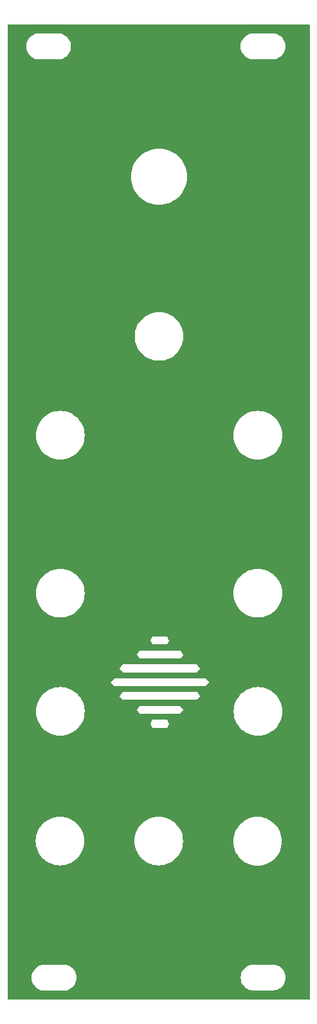
<source format=gbr>
%TF.GenerationSoftware,KiCad,Pcbnew,7.0.8*%
%TF.CreationDate,2023-10-24T12:55:46-07:00*%
%TF.ProjectId,VCO Front Plate,56434f20-4672-46f6-9e74-20506c617465,rev?*%
%TF.SameCoordinates,Original*%
%TF.FileFunction,Copper,L1,Top*%
%TF.FilePolarity,Positive*%
%FSLAX46Y46*%
G04 Gerber Fmt 4.6, Leading zero omitted, Abs format (unit mm)*
G04 Created by KiCad (PCBNEW 7.0.8) date 2023-10-24 12:55:46*
%MOMM*%
%LPD*%
G01*
G04 APERTURE LIST*
G04 APERTURE END LIST*
%TA.AperFunction,NonConductor*%
G36*
X127791658Y-43718485D02*
G01*
X127838151Y-43772141D01*
X127849537Y-43824483D01*
X127849537Y-171871479D01*
X127829535Y-171939600D01*
X127775879Y-171986093D01*
X127723537Y-171997479D01*
X88176541Y-171997479D01*
X88108420Y-171977477D01*
X88061927Y-171923821D01*
X88050541Y-171871479D01*
X88050541Y-169100000D01*
X91224732Y-169100000D01*
X91243778Y-169354160D01*
X91300491Y-169602635D01*
X91393605Y-169839884D01*
X91393608Y-169839892D01*
X91521038Y-170060608D01*
X91679953Y-170259881D01*
X91817746Y-170387732D01*
X91866783Y-170433232D01*
X91866789Y-170433236D01*
X92077356Y-170576799D01*
X92077363Y-170576803D01*
X92077366Y-170576805D01*
X92124493Y-170599500D01*
X92306991Y-170687387D01*
X92307004Y-170687392D01*
X92550531Y-170762510D01*
X92550534Y-170762510D01*
X92550542Y-170762513D01*
X92802565Y-170800500D01*
X92802570Y-170800500D01*
X95557430Y-170800500D01*
X95557435Y-170800500D01*
X95809458Y-170762513D01*
X95809468Y-170762510D01*
X96052995Y-170687392D01*
X96052997Y-170687390D01*
X96053004Y-170687389D01*
X96282634Y-170576805D01*
X96493217Y-170433232D01*
X96680050Y-170259877D01*
X96838959Y-170060612D01*
X96966393Y-169839888D01*
X97059508Y-169602637D01*
X97116222Y-169354157D01*
X97135268Y-169100000D01*
X97134519Y-169090000D01*
X118744732Y-169090000D01*
X118763778Y-169344160D01*
X118820491Y-169592635D01*
X118913605Y-169829884D01*
X118913608Y-169829892D01*
X119041038Y-170050608D01*
X119199953Y-170249881D01*
X119337746Y-170377732D01*
X119386783Y-170423232D01*
X119386789Y-170423236D01*
X119597356Y-170566799D01*
X119597363Y-170566803D01*
X119597366Y-170566805D01*
X119644493Y-170589500D01*
X119826991Y-170677387D01*
X119827004Y-170677392D01*
X120070531Y-170752510D01*
X120070534Y-170752510D01*
X120070542Y-170752513D01*
X120322565Y-170790500D01*
X120322570Y-170790500D01*
X123077430Y-170790500D01*
X123077435Y-170790500D01*
X123329458Y-170752513D01*
X123329468Y-170752510D01*
X123572995Y-170677392D01*
X123572997Y-170677390D01*
X123573004Y-170677389D01*
X123802634Y-170566805D01*
X124013217Y-170423232D01*
X124200050Y-170249877D01*
X124358959Y-170050612D01*
X124422676Y-169940250D01*
X124486391Y-169829892D01*
X124486393Y-169829888D01*
X124579508Y-169592637D01*
X124636222Y-169344157D01*
X124655268Y-169090000D01*
X124636222Y-168835843D01*
X124579508Y-168587363D01*
X124486393Y-168350112D01*
X124486392Y-168350111D01*
X124486391Y-168350107D01*
X124358961Y-168129391D01*
X124279454Y-168029693D01*
X124200050Y-167930123D01*
X124200049Y-167930122D01*
X124200046Y-167930118D01*
X124013222Y-167756773D01*
X124013217Y-167756768D01*
X124013210Y-167756763D01*
X123802643Y-167613200D01*
X123802636Y-167613196D01*
X123573008Y-167502612D01*
X123572995Y-167502607D01*
X123329468Y-167427489D01*
X123329458Y-167427487D01*
X123077435Y-167389500D01*
X122965917Y-167389500D01*
X120476929Y-167389500D01*
X120450000Y-167389500D01*
X120322565Y-167389500D01*
X120112545Y-167421155D01*
X120070541Y-167427487D01*
X120070531Y-167427489D01*
X119827004Y-167502607D01*
X119826991Y-167502612D01*
X119597363Y-167613196D01*
X119597356Y-167613200D01*
X119386789Y-167756763D01*
X119386777Y-167756773D01*
X119199953Y-167930118D01*
X119041038Y-168129391D01*
X118913608Y-168350107D01*
X118913605Y-168350115D01*
X118820491Y-168587364D01*
X118763778Y-168835839D01*
X118744732Y-169090000D01*
X97134519Y-169090000D01*
X97116222Y-168845843D01*
X97059508Y-168597363D01*
X96966393Y-168360112D01*
X96966392Y-168360111D01*
X96966391Y-168360107D01*
X96838961Y-168139391D01*
X96830986Y-168129391D01*
X96680050Y-167940123D01*
X96680049Y-167940122D01*
X96680046Y-167940118D01*
X96493222Y-167766773D01*
X96493217Y-167766768D01*
X96493210Y-167766763D01*
X96282643Y-167623200D01*
X96282636Y-167623196D01*
X96053008Y-167512612D01*
X96052995Y-167512607D01*
X95809468Y-167437489D01*
X95809458Y-167437487D01*
X95557435Y-167399500D01*
X95445917Y-167399500D01*
X92956929Y-167399500D01*
X92930000Y-167399500D01*
X92802565Y-167399500D01*
X92592545Y-167431155D01*
X92550541Y-167437487D01*
X92550531Y-167437489D01*
X92307004Y-167512607D01*
X92306991Y-167512612D01*
X92077363Y-167623196D01*
X92077356Y-167623200D01*
X91866789Y-167766763D01*
X91866777Y-167766773D01*
X91679953Y-167940118D01*
X91521038Y-168139391D01*
X91393608Y-168360107D01*
X91393605Y-168360115D01*
X91300491Y-168597364D01*
X91243778Y-168845839D01*
X91224732Y-169100000D01*
X88050541Y-169100000D01*
X88050541Y-151130000D01*
X91744489Y-151130000D01*
X91764644Y-151488902D01*
X91824857Y-151843292D01*
X91924374Y-152188726D01*
X92061932Y-152520819D01*
X92061937Y-152520830D01*
X92061944Y-152520842D01*
X92235813Y-152835438D01*
X92235817Y-152835445D01*
X92443833Y-153128616D01*
X92443838Y-153128623D01*
X92479581Y-153168619D01*
X92683369Y-153396657D01*
X92839253Y-153535964D01*
X92951402Y-153636187D01*
X92951409Y-153636192D01*
X93244580Y-153844208D01*
X93244587Y-153844212D01*
X93316961Y-153884211D01*
X93559196Y-154018089D01*
X93891304Y-154155653D01*
X94236727Y-154255167D01*
X94591120Y-154315381D01*
X94950026Y-154335537D01*
X95308932Y-154315381D01*
X95663325Y-154255167D01*
X96008748Y-154155653D01*
X96340856Y-154018089D01*
X96655475Y-153844206D01*
X96948646Y-153636190D01*
X97216683Y-153396657D01*
X97456216Y-153128620D01*
X97664232Y-152835449D01*
X97838115Y-152520830D01*
X97975679Y-152188722D01*
X98075193Y-151843299D01*
X98135407Y-151488906D01*
X98155563Y-151130000D01*
X104744463Y-151130000D01*
X104764618Y-151488902D01*
X104824831Y-151843292D01*
X104924348Y-152188726D01*
X105061906Y-152520819D01*
X105061911Y-152520830D01*
X105061918Y-152520842D01*
X105235787Y-152835438D01*
X105235791Y-152835445D01*
X105443807Y-153128616D01*
X105443812Y-153128623D01*
X105479555Y-153168619D01*
X105683343Y-153396657D01*
X105839227Y-153535964D01*
X105951376Y-153636187D01*
X105951383Y-153636192D01*
X106244554Y-153844208D01*
X106244561Y-153844212D01*
X106316935Y-153884211D01*
X106559170Y-154018089D01*
X106891278Y-154155653D01*
X107236701Y-154255167D01*
X107591094Y-154315381D01*
X107950000Y-154335537D01*
X108308906Y-154315381D01*
X108663299Y-154255167D01*
X109008722Y-154155653D01*
X109340830Y-154018089D01*
X109655449Y-153844206D01*
X109948620Y-153636190D01*
X110216657Y-153396657D01*
X110456190Y-153128620D01*
X110664206Y-152835449D01*
X110838089Y-152520830D01*
X110975653Y-152188722D01*
X111075167Y-151843299D01*
X111135381Y-151488906D01*
X111153291Y-151170000D01*
X117764439Y-151170000D01*
X117784594Y-151528902D01*
X117784594Y-151528903D01*
X117844806Y-151883291D01*
X117944324Y-152228725D01*
X118065318Y-152520830D01*
X118081887Y-152560830D01*
X118081894Y-152560842D01*
X118255763Y-152875437D01*
X118255767Y-152875444D01*
X118463783Y-153168615D01*
X118463788Y-153168622D01*
X118567376Y-153284536D01*
X118703319Y-153436656D01*
X118859203Y-153575963D01*
X118971352Y-153676186D01*
X118971355Y-153676188D01*
X118971356Y-153676189D01*
X119264498Y-153884184D01*
X119264530Y-153884207D01*
X119264537Y-153884211D01*
X119336862Y-153924183D01*
X119579145Y-154058088D01*
X119911254Y-154195652D01*
X120256676Y-154295167D01*
X120611069Y-154355380D01*
X120969975Y-154375536D01*
X121328881Y-154355380D01*
X121683274Y-154295167D01*
X122028696Y-154195652D01*
X122360805Y-154058088D01*
X122675423Y-153884205D01*
X122968594Y-153676189D01*
X123236631Y-153436656D01*
X123476164Y-153168619D01*
X123684180Y-152875448D01*
X123858063Y-152560830D01*
X123995627Y-152228721D01*
X124095142Y-151883299D01*
X124155355Y-151528906D01*
X124175511Y-151170000D01*
X124155355Y-150811094D01*
X124095142Y-150456701D01*
X123995627Y-150111279D01*
X123858063Y-149779170D01*
X123748046Y-149580109D01*
X123684186Y-149464562D01*
X123684182Y-149464555D01*
X123526245Y-149241963D01*
X123476164Y-149171381D01*
X123476163Y-149171380D01*
X123476161Y-149171377D01*
X123312506Y-148988248D01*
X123236631Y-148903344D01*
X123035986Y-148724036D01*
X122968597Y-148663813D01*
X122968590Y-148663808D01*
X122675419Y-148455792D01*
X122675412Y-148455788D01*
X122450637Y-148331560D01*
X122360805Y-148281912D01*
X122360798Y-148281909D01*
X122360794Y-148281907D01*
X122028700Y-148144349D01*
X121889850Y-148104347D01*
X121683274Y-148044833D01*
X121683271Y-148044832D01*
X121683266Y-148044831D01*
X121328877Y-147984619D01*
X120969975Y-147964464D01*
X120611072Y-147984619D01*
X120611071Y-147984619D01*
X120256683Y-148044831D01*
X119911249Y-148144349D01*
X119579155Y-148281907D01*
X119579132Y-148281919D01*
X119264537Y-148455788D01*
X119264530Y-148455792D01*
X118971359Y-148663808D01*
X118971352Y-148663813D01*
X118703319Y-148903344D01*
X118463788Y-149171377D01*
X118463783Y-149171384D01*
X118255767Y-149464555D01*
X118255763Y-149464562D01*
X118081894Y-149779157D01*
X118081882Y-149779180D01*
X117944324Y-150111274D01*
X117844806Y-150456708D01*
X117784594Y-150811096D01*
X117784594Y-150811097D01*
X117764439Y-151170000D01*
X111153291Y-151170000D01*
X111155537Y-151130000D01*
X111135381Y-150771094D01*
X111075167Y-150416701D01*
X110975653Y-150071278D01*
X110838089Y-149739170D01*
X110695819Y-149481751D01*
X110664212Y-149424561D01*
X110664208Y-149424554D01*
X110506271Y-149201962D01*
X110456190Y-149131380D01*
X110456189Y-149131379D01*
X110456187Y-149131376D01*
X110292532Y-148948247D01*
X110216657Y-148863343D01*
X110060773Y-148724036D01*
X109948623Y-148623812D01*
X109948616Y-148623807D01*
X109655445Y-148415791D01*
X109655438Y-148415787D01*
X109413198Y-148281907D01*
X109340830Y-148241911D01*
X109340823Y-148241908D01*
X109340819Y-148241906D01*
X109008726Y-148104348D01*
X108663292Y-148004831D01*
X108308902Y-147944618D01*
X107950000Y-147924463D01*
X107591097Y-147944618D01*
X107236707Y-148004831D01*
X106891273Y-148104348D01*
X106559180Y-148241906D01*
X106559157Y-148241918D01*
X106244561Y-148415787D01*
X106244554Y-148415791D01*
X105951383Y-148623807D01*
X105951376Y-148623812D01*
X105683343Y-148863343D01*
X105443812Y-149131376D01*
X105443807Y-149131383D01*
X105235791Y-149424554D01*
X105235787Y-149424561D01*
X105061918Y-149739157D01*
X105061906Y-149739180D01*
X104924348Y-150071273D01*
X104824831Y-150416707D01*
X104764618Y-150771097D01*
X104744463Y-151130000D01*
X98155563Y-151130000D01*
X98135407Y-150771094D01*
X98075193Y-150416701D01*
X97975679Y-150071278D01*
X97838115Y-149739170D01*
X97695845Y-149481751D01*
X97664238Y-149424561D01*
X97664234Y-149424554D01*
X97506297Y-149201962D01*
X97456216Y-149131380D01*
X97456215Y-149131379D01*
X97456213Y-149131376D01*
X97292558Y-148948247D01*
X97216683Y-148863343D01*
X97060799Y-148724036D01*
X96948649Y-148623812D01*
X96948642Y-148623807D01*
X96655471Y-148415791D01*
X96655464Y-148415787D01*
X96413224Y-148281907D01*
X96340856Y-148241911D01*
X96340849Y-148241908D01*
X96340845Y-148241906D01*
X96008752Y-148104348D01*
X95663318Y-148004831D01*
X95308928Y-147944618D01*
X94950026Y-147924463D01*
X94591123Y-147944618D01*
X94236733Y-148004831D01*
X93891299Y-148104348D01*
X93559206Y-148241906D01*
X93559183Y-148241918D01*
X93244587Y-148415787D01*
X93244580Y-148415791D01*
X92951409Y-148623807D01*
X92951402Y-148623812D01*
X92683369Y-148863343D01*
X92443838Y-149131376D01*
X92443833Y-149131383D01*
X92235817Y-149424554D01*
X92235813Y-149424561D01*
X92061944Y-149739157D01*
X92061932Y-149739180D01*
X91924374Y-150071273D01*
X91824857Y-150416707D01*
X91764644Y-150771097D01*
X91744489Y-151130000D01*
X88050541Y-151130000D01*
X88050541Y-134080000D01*
X91794463Y-134080000D01*
X91814618Y-134438902D01*
X91874831Y-134793292D01*
X91974348Y-135138726D01*
X91999729Y-135200000D01*
X92111911Y-135470830D01*
X92111918Y-135470842D01*
X92285787Y-135785438D01*
X92285791Y-135785445D01*
X92493807Y-136078616D01*
X92493812Y-136078623D01*
X92597400Y-136194537D01*
X92733343Y-136346657D01*
X92889226Y-136485963D01*
X93001376Y-136586187D01*
X93001379Y-136586189D01*
X93001380Y-136586190D01*
X93130263Y-136677637D01*
X93294554Y-136794208D01*
X93294561Y-136794212D01*
X93366884Y-136834183D01*
X93609170Y-136968089D01*
X93941278Y-137105653D01*
X94286701Y-137205167D01*
X94641094Y-137265381D01*
X95000000Y-137285537D01*
X95358906Y-137265381D01*
X95713299Y-137205167D01*
X96058722Y-137105653D01*
X96390830Y-136968089D01*
X96705449Y-136794206D01*
X96998620Y-136586190D01*
X97266657Y-136346657D01*
X97506190Y-136078620D01*
X97714206Y-135785449D01*
X97733798Y-135750000D01*
X106875000Y-135750000D01*
X107150000Y-136225000D01*
X109049999Y-136225000D01*
X109050000Y-136225000D01*
X109350000Y-135750000D01*
X109050000Y-135200000D01*
X107125000Y-135200000D01*
X107124999Y-135200000D01*
X106875000Y-135749999D01*
X106875000Y-135750000D01*
X97733798Y-135750000D01*
X97888089Y-135470830D01*
X98025653Y-135138722D01*
X98125167Y-134793299D01*
X98185381Y-134438906D01*
X98205537Y-134080000D01*
X98195428Y-133900001D01*
X105049999Y-133900001D01*
X105399998Y-134399999D01*
X105399999Y-134400000D01*
X105400000Y-134400000D01*
X110800000Y-134400000D01*
X111040000Y-134080000D01*
X117814464Y-134080000D01*
X117834619Y-134438902D01*
X117834619Y-134438903D01*
X117894831Y-134793291D01*
X117994349Y-135138725D01*
X118113413Y-135426170D01*
X118131912Y-135470830D01*
X118131919Y-135470842D01*
X118305788Y-135785437D01*
X118305792Y-135785444D01*
X118513808Y-136078615D01*
X118513813Y-136078622D01*
X118617401Y-136194536D01*
X118753344Y-136346656D01*
X118909228Y-136485963D01*
X119021377Y-136586186D01*
X119021380Y-136586188D01*
X119021381Y-136586189D01*
X119021384Y-136586191D01*
X119314555Y-136794207D01*
X119314562Y-136794211D01*
X119430109Y-136858071D01*
X119629170Y-136968088D01*
X119961279Y-137105652D01*
X120306701Y-137205167D01*
X120661094Y-137265380D01*
X121020000Y-137285536D01*
X121378906Y-137265380D01*
X121733299Y-137205167D01*
X122078721Y-137105652D01*
X122410830Y-136968088D01*
X122725448Y-136794205D01*
X123018619Y-136586189D01*
X123286656Y-136346656D01*
X123526189Y-136078619D01*
X123734205Y-135785448D01*
X123908088Y-135470830D01*
X124045652Y-135138721D01*
X124145167Y-134793299D01*
X124205380Y-134438906D01*
X124225536Y-134080000D01*
X124205380Y-133721094D01*
X124145167Y-133366701D01*
X124045652Y-133021279D01*
X123908088Y-132689170D01*
X123798071Y-132490109D01*
X123734211Y-132374562D01*
X123734207Y-132374555D01*
X123576270Y-132151963D01*
X123526189Y-132081381D01*
X123526188Y-132081380D01*
X123526186Y-132081377D01*
X123362530Y-131898247D01*
X123286656Y-131813344D01*
X123130771Y-131674036D01*
X123018622Y-131573813D01*
X123018615Y-131573808D01*
X122725444Y-131365792D01*
X122725437Y-131365788D01*
X122500662Y-131241560D01*
X122410830Y-131191912D01*
X122410823Y-131191909D01*
X122410819Y-131191907D01*
X122078725Y-131054349D01*
X121963580Y-131021176D01*
X121733299Y-130954833D01*
X121733296Y-130954832D01*
X121733291Y-130954831D01*
X121378902Y-130894619D01*
X121020000Y-130874464D01*
X120661097Y-130894619D01*
X120661096Y-130894619D01*
X120306708Y-130954831D01*
X119961274Y-131054349D01*
X119629180Y-131191907D01*
X119629157Y-131191919D01*
X119314562Y-131365788D01*
X119314555Y-131365792D01*
X119021384Y-131573808D01*
X119021377Y-131573813D01*
X118753344Y-131813344D01*
X118513813Y-132081377D01*
X118513808Y-132081384D01*
X118305792Y-132374555D01*
X118305788Y-132374562D01*
X118131919Y-132689157D01*
X118131907Y-132689180D01*
X117994349Y-133021274D01*
X117894831Y-133366708D01*
X117834619Y-133721096D01*
X117834619Y-133721097D01*
X117814464Y-134080000D01*
X111040000Y-134080000D01*
X111175000Y-133900000D01*
X111174999Y-133899999D01*
X110775002Y-133375001D01*
X110775000Y-133375000D01*
X105400000Y-133375000D01*
X105399999Y-133375000D01*
X105049999Y-133899999D01*
X105049999Y-133900001D01*
X98195428Y-133900001D01*
X98185381Y-133721094D01*
X98125167Y-133366701D01*
X98025653Y-133021278D01*
X97888089Y-132689170D01*
X97745819Y-132431751D01*
X97714212Y-132374561D01*
X97714208Y-132374554D01*
X97556271Y-132151962D01*
X97506190Y-132081380D01*
X97506189Y-132081379D01*
X97506187Y-132081376D01*
X97500489Y-132075000D01*
X102800000Y-132075000D01*
X103250000Y-132575000D01*
X113049999Y-132575000D01*
X113050000Y-132575000D01*
X113400000Y-132100000D01*
X113399999Y-132099999D01*
X113400000Y-132099999D01*
X113050000Y-131525000D01*
X103250000Y-131525000D01*
X102800000Y-132075000D01*
X97500489Y-132075000D01*
X97418775Y-131983563D01*
X97266657Y-131813343D01*
X97110773Y-131674036D01*
X96998623Y-131573812D01*
X96998616Y-131573807D01*
X96705445Y-131365791D01*
X96705438Y-131365787D01*
X96480665Y-131241560D01*
X96390830Y-131191911D01*
X96390823Y-131191908D01*
X96390819Y-131191906D01*
X96058726Y-131054348D01*
X95713292Y-130954831D01*
X95358902Y-130894618D01*
X95000000Y-130874463D01*
X94641097Y-130894618D01*
X94286707Y-130954831D01*
X93941273Y-131054348D01*
X93609180Y-131191906D01*
X93609172Y-131191910D01*
X93609170Y-131191911D01*
X93609162Y-131191914D01*
X93609157Y-131191918D01*
X93294561Y-131365787D01*
X93294554Y-131365791D01*
X93001383Y-131573807D01*
X93001376Y-131573812D01*
X92733343Y-131813343D01*
X92493812Y-132081376D01*
X92493807Y-132081383D01*
X92285791Y-132374554D01*
X92285787Y-132374561D01*
X92111918Y-132689157D01*
X92111906Y-132689180D01*
X91974348Y-133021273D01*
X91874831Y-133366707D01*
X91814618Y-133721097D01*
X91794463Y-134080000D01*
X88050541Y-134080000D01*
X88050541Y-130250000D01*
X101625000Y-130250000D01*
X102100000Y-130775000D01*
X102100001Y-130775000D01*
X114150000Y-130775000D01*
X114150002Y-130774998D01*
X114549999Y-130250001D01*
X114550000Y-130250000D01*
X114150000Y-129700000D01*
X102100000Y-129700000D01*
X101625000Y-130249999D01*
X101625000Y-130250000D01*
X88050541Y-130250000D01*
X88050541Y-128450000D01*
X102799999Y-128450000D01*
X103250000Y-128950000D01*
X112974999Y-128950000D01*
X112975000Y-128950000D01*
X113400000Y-128450000D01*
X113000000Y-127900000D01*
X103200000Y-127900000D01*
X102800000Y-128450000D01*
X102799999Y-128450000D01*
X88050541Y-128450000D01*
X88050541Y-126600000D01*
X105049999Y-126600000D01*
X105449997Y-127124998D01*
X105450000Y-127125000D01*
X110799999Y-127125000D01*
X110800000Y-127125000D01*
X111150000Y-126650000D01*
X110850000Y-126075000D01*
X105400000Y-126075000D01*
X105399998Y-126075000D01*
X105049999Y-126600000D01*
X88050541Y-126600000D01*
X88050541Y-124750000D01*
X106850000Y-124750000D01*
X107150000Y-125275000D01*
X107150001Y-125275000D01*
X109099999Y-125275000D01*
X109100000Y-125275000D01*
X109350000Y-124800000D01*
X109050000Y-124250000D01*
X107150000Y-124250000D01*
X106850000Y-124749998D01*
X106850000Y-124749999D01*
X106850000Y-124750000D01*
X88050541Y-124750000D01*
X88050541Y-118530000D01*
X91794463Y-118530000D01*
X91814618Y-118888902D01*
X91874831Y-119243292D01*
X91974348Y-119588726D01*
X92093412Y-119876170D01*
X92111911Y-119920830D01*
X92111918Y-119920842D01*
X92285787Y-120235438D01*
X92285791Y-120235445D01*
X92493807Y-120528616D01*
X92493812Y-120528623D01*
X92597400Y-120644537D01*
X92733343Y-120796657D01*
X92889226Y-120935963D01*
X93001376Y-121036187D01*
X93001379Y-121036189D01*
X93001380Y-121036190D01*
X93130263Y-121127637D01*
X93294554Y-121244208D01*
X93294561Y-121244212D01*
X93366884Y-121284183D01*
X93609170Y-121418089D01*
X93941278Y-121555653D01*
X94286701Y-121655167D01*
X94641094Y-121715381D01*
X95000000Y-121735537D01*
X95358906Y-121715381D01*
X95713299Y-121655167D01*
X96058722Y-121555653D01*
X96390830Y-121418089D01*
X96705449Y-121244206D01*
X96998620Y-121036190D01*
X97266657Y-120796657D01*
X97506190Y-120528620D01*
X97714206Y-120235449D01*
X97888089Y-119920830D01*
X98025653Y-119588722D01*
X98125167Y-119243299D01*
X98185381Y-118888906D01*
X98205537Y-118530000D01*
X117794464Y-118530000D01*
X117814619Y-118888902D01*
X117814619Y-118888903D01*
X117874831Y-119243291D01*
X117974349Y-119588725D01*
X118093413Y-119876170D01*
X118111912Y-119920830D01*
X118111919Y-119920842D01*
X118285788Y-120235437D01*
X118285792Y-120235444D01*
X118493808Y-120528615D01*
X118493813Y-120528622D01*
X118597401Y-120644536D01*
X118733344Y-120796656D01*
X118889228Y-120935963D01*
X119001377Y-121036186D01*
X119001380Y-121036188D01*
X119001381Y-121036189D01*
X119001384Y-121036191D01*
X119294555Y-121244207D01*
X119294562Y-121244211D01*
X119410109Y-121308071D01*
X119609170Y-121418088D01*
X119941279Y-121555652D01*
X120286701Y-121655167D01*
X120641094Y-121715380D01*
X121000000Y-121735536D01*
X121358906Y-121715380D01*
X121713299Y-121655167D01*
X122058721Y-121555652D01*
X122390830Y-121418088D01*
X122705448Y-121244205D01*
X122998619Y-121036189D01*
X123266656Y-120796656D01*
X123506189Y-120528619D01*
X123714205Y-120235448D01*
X123888088Y-119920830D01*
X124025652Y-119588721D01*
X124125167Y-119243299D01*
X124185380Y-118888906D01*
X124205536Y-118530000D01*
X124185380Y-118171094D01*
X124125167Y-117816701D01*
X124025652Y-117471279D01*
X123888088Y-117139170D01*
X123778071Y-116940109D01*
X123714211Y-116824562D01*
X123714207Y-116824555D01*
X123556270Y-116601963D01*
X123506189Y-116531381D01*
X123506188Y-116531380D01*
X123506186Y-116531377D01*
X123342530Y-116348247D01*
X123266656Y-116263344D01*
X123110771Y-116124036D01*
X122998622Y-116023813D01*
X122998615Y-116023808D01*
X122705444Y-115815792D01*
X122705437Y-115815788D01*
X122480662Y-115691560D01*
X122390830Y-115641912D01*
X122390823Y-115641909D01*
X122390819Y-115641907D01*
X122058725Y-115504349D01*
X121943580Y-115471176D01*
X121713299Y-115404833D01*
X121713296Y-115404832D01*
X121713291Y-115404831D01*
X121358902Y-115344619D01*
X121000000Y-115324464D01*
X120641097Y-115344619D01*
X120641096Y-115344619D01*
X120286708Y-115404831D01*
X119941274Y-115504349D01*
X119609180Y-115641907D01*
X119609157Y-115641919D01*
X119294562Y-115815788D01*
X119294555Y-115815792D01*
X119001384Y-116023808D01*
X119001377Y-116023813D01*
X118733344Y-116263344D01*
X118493813Y-116531377D01*
X118493808Y-116531384D01*
X118285792Y-116824555D01*
X118285788Y-116824562D01*
X118111919Y-117139157D01*
X118111907Y-117139180D01*
X117974349Y-117471274D01*
X117874831Y-117816708D01*
X117814619Y-118171096D01*
X117814619Y-118171097D01*
X117794464Y-118530000D01*
X98205537Y-118530000D01*
X98185381Y-118171094D01*
X98125167Y-117816701D01*
X98025653Y-117471278D01*
X97888089Y-117139170D01*
X97745819Y-116881751D01*
X97714212Y-116824561D01*
X97714208Y-116824554D01*
X97556271Y-116601962D01*
X97506190Y-116531380D01*
X97506189Y-116531379D01*
X97506187Y-116531376D01*
X97418775Y-116433563D01*
X97266657Y-116263343D01*
X97110773Y-116124036D01*
X96998623Y-116023812D01*
X96998616Y-116023807D01*
X96705445Y-115815791D01*
X96705438Y-115815787D01*
X96480665Y-115691560D01*
X96390830Y-115641911D01*
X96390823Y-115641908D01*
X96390819Y-115641906D01*
X96058726Y-115504348D01*
X95713292Y-115404831D01*
X95358902Y-115344618D01*
X95000000Y-115324463D01*
X94641097Y-115344618D01*
X94286707Y-115404831D01*
X93941273Y-115504348D01*
X93609180Y-115641906D01*
X93609172Y-115641910D01*
X93609170Y-115641911D01*
X93609162Y-115641914D01*
X93609157Y-115641918D01*
X93294561Y-115815787D01*
X93294554Y-115815791D01*
X93001383Y-116023807D01*
X93001376Y-116023812D01*
X92733343Y-116263343D01*
X92493812Y-116531376D01*
X92493807Y-116531383D01*
X92285791Y-116824554D01*
X92285787Y-116824561D01*
X92111918Y-117139157D01*
X92111906Y-117139180D01*
X91974348Y-117471273D01*
X91874831Y-117816707D01*
X91814618Y-118171097D01*
X91794463Y-118530000D01*
X88050541Y-118530000D01*
X88050541Y-97750000D01*
X91794457Y-97750000D01*
X91814612Y-98108903D01*
X91874825Y-98463293D01*
X91974342Y-98808728D01*
X92093407Y-99096173D01*
X92111906Y-99140833D01*
X92111913Y-99140845D01*
X92285784Y-99455444D01*
X92285786Y-99455447D01*
X92285789Y-99455452D01*
X92493806Y-99748623D01*
X92733339Y-100016661D01*
X93001377Y-100256194D01*
X93294548Y-100464211D01*
X93609167Y-100638094D01*
X93941276Y-100775659D01*
X94286700Y-100875173D01*
X94641093Y-100935387D01*
X95000000Y-100955543D01*
X95358907Y-100935387D01*
X95713300Y-100875173D01*
X96058724Y-100775659D01*
X96390833Y-100638094D01*
X96705452Y-100464211D01*
X96998623Y-100256194D01*
X97266661Y-100016661D01*
X97506194Y-99748623D01*
X97714211Y-99455452D01*
X97888094Y-99140833D01*
X98025659Y-98808724D01*
X98125173Y-98463300D01*
X98185387Y-98108907D01*
X98205543Y-97750000D01*
X117794457Y-97750000D01*
X117814612Y-98108903D01*
X117874825Y-98463293D01*
X117974342Y-98808728D01*
X118093407Y-99096173D01*
X118111906Y-99140833D01*
X118111913Y-99140845D01*
X118285784Y-99455444D01*
X118285786Y-99455447D01*
X118285789Y-99455452D01*
X118493806Y-99748623D01*
X118733339Y-100016661D01*
X119001377Y-100256194D01*
X119294548Y-100464211D01*
X119609167Y-100638094D01*
X119941276Y-100775659D01*
X120286700Y-100875173D01*
X120641093Y-100935387D01*
X121000000Y-100955543D01*
X121358907Y-100935387D01*
X121713300Y-100875173D01*
X122058724Y-100775659D01*
X122390833Y-100638094D01*
X122705452Y-100464211D01*
X122998623Y-100256194D01*
X123266661Y-100016661D01*
X123506194Y-99748623D01*
X123714211Y-99455452D01*
X123888094Y-99140833D01*
X124025659Y-98808724D01*
X124125173Y-98463300D01*
X124185387Y-98108907D01*
X124205543Y-97750000D01*
X124185387Y-97391093D01*
X124125173Y-97036700D01*
X124025659Y-96691276D01*
X123888094Y-96359167D01*
X123714211Y-96044548D01*
X123506194Y-95751377D01*
X123266661Y-95483339D01*
X122998623Y-95243806D01*
X122705452Y-95035789D01*
X122705447Y-95035786D01*
X122705444Y-95035784D01*
X122417257Y-94876510D01*
X122390833Y-94861906D01*
X122390826Y-94861903D01*
X122390822Y-94861901D01*
X122058728Y-94724342D01*
X121713293Y-94624825D01*
X121358903Y-94564612D01*
X121000000Y-94544457D01*
X120641096Y-94564612D01*
X120286706Y-94624825D01*
X119941271Y-94724342D01*
X119609177Y-94861901D01*
X119609154Y-94861913D01*
X119294555Y-95035784D01*
X119001373Y-95243809D01*
X118733339Y-95483339D01*
X118493809Y-95751373D01*
X118285784Y-96044555D01*
X118111913Y-96359154D01*
X118111901Y-96359177D01*
X117974342Y-96691271D01*
X117874825Y-97036706D01*
X117814612Y-97391096D01*
X117794457Y-97750000D01*
X98205543Y-97750000D01*
X98185387Y-97391093D01*
X98125173Y-97036700D01*
X98025659Y-96691276D01*
X97888094Y-96359167D01*
X97714211Y-96044548D01*
X97506194Y-95751377D01*
X97266661Y-95483339D01*
X96998623Y-95243806D01*
X96705452Y-95035789D01*
X96705447Y-95035786D01*
X96705444Y-95035784D01*
X96417257Y-94876510D01*
X96390833Y-94861906D01*
X96390826Y-94861903D01*
X96390822Y-94861901D01*
X96058728Y-94724342D01*
X95713293Y-94624825D01*
X95358903Y-94564612D01*
X95000000Y-94544457D01*
X94641096Y-94564612D01*
X94286706Y-94624825D01*
X93941271Y-94724342D01*
X93609177Y-94861901D01*
X93609154Y-94861913D01*
X93294555Y-95035784D01*
X93001373Y-95243809D01*
X92733339Y-95483339D01*
X92493809Y-95751373D01*
X92285784Y-96044555D01*
X92111913Y-96359154D01*
X92111901Y-96359177D01*
X91974342Y-96691271D01*
X91874825Y-97036706D01*
X91814612Y-97391096D01*
X91794457Y-97750000D01*
X88050541Y-97750000D01*
X88050541Y-84750000D01*
X104794457Y-84750000D01*
X104814612Y-85108903D01*
X104874825Y-85463293D01*
X104974342Y-85808728D01*
X105093407Y-86096173D01*
X105111906Y-86140833D01*
X105111913Y-86140845D01*
X105285784Y-86455444D01*
X105285786Y-86455447D01*
X105285789Y-86455452D01*
X105493806Y-86748623D01*
X105733339Y-87016661D01*
X106001377Y-87256194D01*
X106294548Y-87464211D01*
X106609167Y-87638094D01*
X106941276Y-87775659D01*
X107286700Y-87875173D01*
X107641093Y-87935387D01*
X108000000Y-87955543D01*
X108358907Y-87935387D01*
X108713300Y-87875173D01*
X109058724Y-87775659D01*
X109390833Y-87638094D01*
X109705452Y-87464211D01*
X109998623Y-87256194D01*
X110266661Y-87016661D01*
X110506194Y-86748623D01*
X110714211Y-86455452D01*
X110888094Y-86140833D01*
X111025659Y-85808724D01*
X111125173Y-85463300D01*
X111185387Y-85108907D01*
X111205543Y-84750000D01*
X111185387Y-84391093D01*
X111125173Y-84036700D01*
X111025659Y-83691276D01*
X110888094Y-83359167D01*
X110714211Y-83044548D01*
X110506194Y-82751377D01*
X110266661Y-82483339D01*
X109998623Y-82243806D01*
X109705452Y-82035789D01*
X109705447Y-82035786D01*
X109705444Y-82035784D01*
X109417257Y-81876510D01*
X109390833Y-81861906D01*
X109390826Y-81861903D01*
X109390822Y-81861901D01*
X109058728Y-81724342D01*
X108713293Y-81624825D01*
X108358903Y-81564612D01*
X108000000Y-81544457D01*
X107641096Y-81564612D01*
X107286706Y-81624825D01*
X106941271Y-81724342D01*
X106609177Y-81861901D01*
X106609154Y-81861913D01*
X106294555Y-82035784D01*
X106001373Y-82243809D01*
X105733339Y-82483339D01*
X105493809Y-82751373D01*
X105285784Y-83044555D01*
X105111913Y-83359154D01*
X105111901Y-83359177D01*
X104974342Y-83691271D01*
X104874825Y-84036706D01*
X104814612Y-84391096D01*
X104794457Y-84750000D01*
X88050541Y-84750000D01*
X88050541Y-63750007D01*
X104294429Y-63750007D01*
X104314727Y-64137329D01*
X104375404Y-64520430D01*
X104475794Y-64895090D01*
X104614789Y-65257187D01*
X104614791Y-65257191D01*
X104790875Y-65602776D01*
X104790879Y-65602783D01*
X104790881Y-65602786D01*
X105002130Y-65928080D01*
X105002135Y-65928086D01*
X105002137Y-65928089D01*
X105246216Y-66229502D01*
X105246229Y-66229517D01*
X105520482Y-66503770D01*
X105520497Y-66503783D01*
X105821910Y-66747862D01*
X105821920Y-66747870D01*
X106147214Y-66959119D01*
X106147219Y-66959121D01*
X106147223Y-66959124D01*
X106492808Y-67135208D01*
X106492812Y-67135210D01*
X106854909Y-67274205D01*
X106854914Y-67274206D01*
X106854916Y-67274207D01*
X107229568Y-67374595D01*
X107612662Y-67435271D01*
X107612664Y-67435271D01*
X107612670Y-67435272D01*
X107999993Y-67455571D01*
X108000000Y-67455571D01*
X108000007Y-67455571D01*
X108387329Y-67435272D01*
X108387333Y-67435271D01*
X108387338Y-67435271D01*
X108770432Y-67374595D01*
X109145084Y-67274207D01*
X109145087Y-67274205D01*
X109145090Y-67274205D01*
X109507187Y-67135210D01*
X109507187Y-67135209D01*
X109507192Y-67135208D01*
X109852786Y-66959119D01*
X110178080Y-66747870D01*
X110479511Y-66503776D01*
X110753776Y-66229511D01*
X110997870Y-65928080D01*
X111209119Y-65602786D01*
X111385208Y-65257192D01*
X111524207Y-64895084D01*
X111624595Y-64520432D01*
X111685271Y-64137338D01*
X111685271Y-64137333D01*
X111685272Y-64137329D01*
X111705571Y-63750007D01*
X111705571Y-63749992D01*
X111685272Y-63362670D01*
X111624595Y-62979569D01*
X111524205Y-62604909D01*
X111385210Y-62242812D01*
X111385208Y-62242808D01*
X111209124Y-61897224D01*
X111209122Y-61897221D01*
X111209119Y-61897215D01*
X110997870Y-61571920D01*
X110997863Y-61571910D01*
X110753783Y-61270497D01*
X110753770Y-61270482D01*
X110479517Y-60996229D01*
X110479502Y-60996216D01*
X110178089Y-60752137D01*
X110178086Y-60752135D01*
X110178080Y-60752130D01*
X109852786Y-60540881D01*
X109852783Y-60540879D01*
X109852776Y-60540875D01*
X109507191Y-60364791D01*
X109507187Y-60364789D01*
X109145090Y-60225794D01*
X108770430Y-60125404D01*
X108387329Y-60064727D01*
X108000007Y-60044429D01*
X107999993Y-60044429D01*
X107612670Y-60064727D01*
X107229569Y-60125404D01*
X106854909Y-60225794D01*
X106492812Y-60364789D01*
X106492808Y-60364791D01*
X106147224Y-60540875D01*
X106147218Y-60540879D01*
X105821927Y-60752124D01*
X105821910Y-60752136D01*
X105520497Y-60996216D01*
X105520482Y-60996229D01*
X105246229Y-61270482D01*
X105246216Y-61270497D01*
X105002136Y-61571910D01*
X105002124Y-61571927D01*
X104790879Y-61897218D01*
X104790875Y-61897224D01*
X104614791Y-62242808D01*
X104614789Y-62242812D01*
X104475794Y-62604909D01*
X104375404Y-62979569D01*
X104314727Y-63362670D01*
X104294429Y-63749992D01*
X104294429Y-63750007D01*
X88050541Y-63750007D01*
X88050541Y-46600000D01*
X90494732Y-46600000D01*
X90513778Y-46854160D01*
X90570491Y-47102635D01*
X90663605Y-47339884D01*
X90663608Y-47339892D01*
X90791038Y-47560608D01*
X90949953Y-47759881D01*
X91087746Y-47887732D01*
X91136783Y-47933232D01*
X91136789Y-47933236D01*
X91347356Y-48076799D01*
X91347363Y-48076803D01*
X91347366Y-48076805D01*
X91394493Y-48099500D01*
X91576991Y-48187387D01*
X91577004Y-48187392D01*
X91820531Y-48262510D01*
X91820534Y-48262510D01*
X91820542Y-48262513D01*
X92072565Y-48300500D01*
X92072570Y-48300500D01*
X94827430Y-48300500D01*
X94827435Y-48300500D01*
X95079458Y-48262513D01*
X95079468Y-48262510D01*
X95322995Y-48187392D01*
X95322997Y-48187390D01*
X95323004Y-48187389D01*
X95552634Y-48076805D01*
X95763217Y-47933232D01*
X95950050Y-47759877D01*
X96108959Y-47560612D01*
X96236393Y-47339888D01*
X96329508Y-47102637D01*
X96386222Y-46854157D01*
X96405268Y-46600000D01*
X118734732Y-46600000D01*
X118753778Y-46854160D01*
X118810491Y-47102635D01*
X118903605Y-47339884D01*
X118903608Y-47339892D01*
X119031038Y-47560608D01*
X119189953Y-47759881D01*
X119327746Y-47887732D01*
X119376783Y-47933232D01*
X119376789Y-47933236D01*
X119587356Y-48076799D01*
X119587363Y-48076803D01*
X119587366Y-48076805D01*
X119634493Y-48099500D01*
X119816991Y-48187387D01*
X119817004Y-48187392D01*
X120060531Y-48262510D01*
X120060534Y-48262510D01*
X120060542Y-48262513D01*
X120312565Y-48300500D01*
X120312570Y-48300500D01*
X123067430Y-48300500D01*
X123067435Y-48300500D01*
X123319458Y-48262513D01*
X123319468Y-48262510D01*
X123562995Y-48187392D01*
X123562997Y-48187390D01*
X123563004Y-48187389D01*
X123792634Y-48076805D01*
X124003217Y-47933232D01*
X124190050Y-47759877D01*
X124348959Y-47560612D01*
X124476393Y-47339888D01*
X124569508Y-47102637D01*
X124626222Y-46854157D01*
X124645268Y-46600000D01*
X124626222Y-46345843D01*
X124569508Y-46097363D01*
X124476393Y-45860112D01*
X124476392Y-45860111D01*
X124476391Y-45860107D01*
X124348961Y-45639391D01*
X124269454Y-45539693D01*
X124190050Y-45440123D01*
X124190049Y-45440122D01*
X124190046Y-45440118D01*
X124003222Y-45266773D01*
X124003217Y-45266768D01*
X124003210Y-45266763D01*
X123792643Y-45123200D01*
X123792636Y-45123196D01*
X123563008Y-45012612D01*
X123562995Y-45012607D01*
X123319468Y-44937489D01*
X123319458Y-44937487D01*
X123067435Y-44899500D01*
X122955917Y-44899500D01*
X120466929Y-44899500D01*
X120440000Y-44899500D01*
X120312565Y-44899500D01*
X120102545Y-44931155D01*
X120060541Y-44937487D01*
X120060531Y-44937489D01*
X119817004Y-45012607D01*
X119816991Y-45012612D01*
X119587363Y-45123196D01*
X119587356Y-45123200D01*
X119376789Y-45266763D01*
X119376777Y-45266773D01*
X119189953Y-45440118D01*
X119031038Y-45639391D01*
X118903608Y-45860107D01*
X118903605Y-45860115D01*
X118810491Y-46097364D01*
X118753778Y-46345839D01*
X118734732Y-46600000D01*
X96405268Y-46600000D01*
X96386222Y-46345843D01*
X96329508Y-46097363D01*
X96236393Y-45860112D01*
X96236392Y-45860111D01*
X96236391Y-45860107D01*
X96108961Y-45639391D01*
X96029454Y-45539693D01*
X95950050Y-45440123D01*
X95950049Y-45440122D01*
X95950046Y-45440118D01*
X95763222Y-45266773D01*
X95763217Y-45266768D01*
X95763210Y-45266763D01*
X95552643Y-45123200D01*
X95552636Y-45123196D01*
X95323008Y-45012612D01*
X95322995Y-45012607D01*
X95079468Y-44937489D01*
X95079458Y-44937487D01*
X94827435Y-44899500D01*
X94715917Y-44899500D01*
X92226929Y-44899500D01*
X92200000Y-44899500D01*
X92072565Y-44899500D01*
X91862545Y-44931155D01*
X91820541Y-44937487D01*
X91820531Y-44937489D01*
X91577004Y-45012607D01*
X91576991Y-45012612D01*
X91347363Y-45123196D01*
X91347356Y-45123200D01*
X91136789Y-45266763D01*
X91136777Y-45266773D01*
X90949953Y-45440118D01*
X90791038Y-45639391D01*
X90663608Y-45860107D01*
X90663605Y-45860115D01*
X90570491Y-46097364D01*
X90513778Y-46345839D01*
X90494732Y-46600000D01*
X88050541Y-46600000D01*
X88050541Y-43824483D01*
X88070543Y-43756362D01*
X88124199Y-43709869D01*
X88176541Y-43698483D01*
X127723537Y-43698483D01*
X127791658Y-43718485D01*
G37*
%TD.AperFunction*%
M02*

</source>
